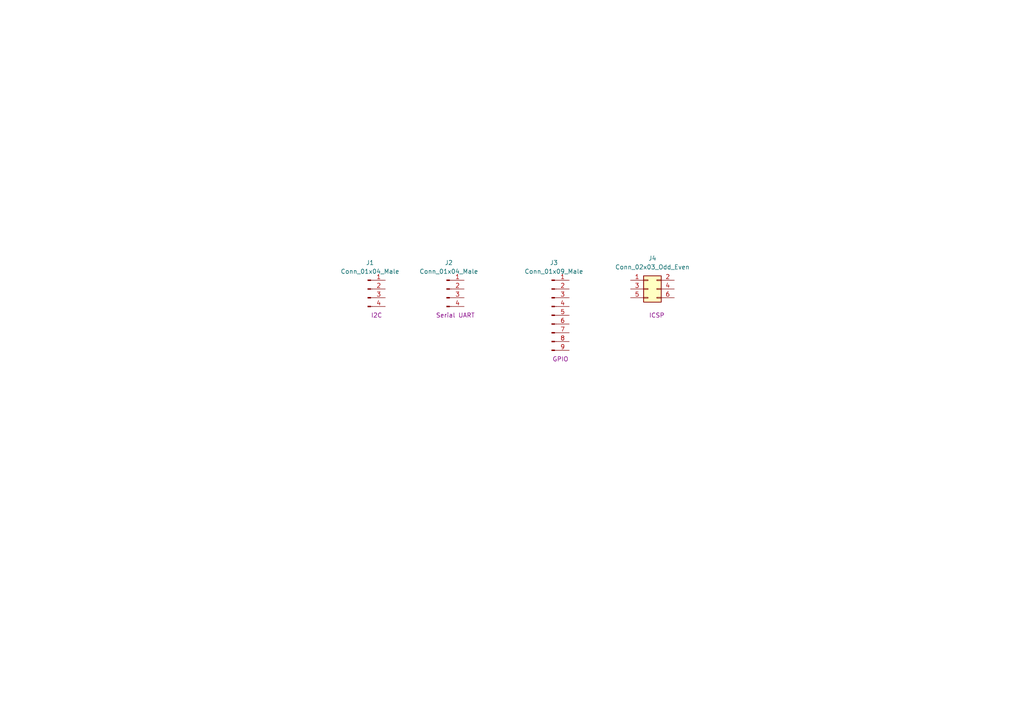
<source format=kicad_sch>
(kicad_sch (version 20211123) (generator eeschema)
  (paper "A4")
  (lib_symbols
    (symbol "Connector:Conn_01x04_Male" (pin_names (offset 1.016) hide)
      (property "Reference" "J" (at 0 5.08 0))
      (property "Value" "Conn_01x04_Male" (at 0 -7.62 0))
      (symbol "Conn_01x04_Male_1_1"
        (polyline (pts (xy 1.27 -5.08) (xy 0.8636 -5.08)) (stroke (width 0.1524)))
        (polyline (pts (xy 1.27 -2.54) (xy 0.8636 -2.54)) (stroke (width 0.1524)))
        (polyline (pts (xy 1.27 0) (xy 0.8636 0)) (stroke (width 0.1524)))
        (polyline (pts (xy 1.27 2.54) (xy 0.8636 2.54)) (stroke (width 0.1524)))
        (rectangle (start 0.8636 -4.953) (end 0 -5.207) (stroke (width 0.1524)) (fill (type outline)))
        (rectangle (start 0.8636 -2.413) (end 0 -2.667) (stroke (width 0.1524)) (fill (type outline)))
        (rectangle (start 0.8636 0.127) (end 0 -0.127) (stroke (width 0.1524)) (fill (type outline)))
        (rectangle (start 0.8636 2.667) (end 0 2.413) (stroke (width 0.1524)) (fill (type outline)))
        (pin passive line (at 5.08 2.54 180) (length 3.81) (name "Pin_1") (number "1"))
        (pin passive line (at 5.08 0 180) (length 3.81) (name "Pin_2") (number "2"))
        (pin passive line (at 5.08 -2.54 180) (length 3.81) (name "Pin_3") (number "3"))
        (pin passive line (at 5.08 -5.08 180) (length 3.81) (name "Pin_4") (number "4"))
      )
    )
    (symbol "Connector:Conn_01x09_Male" (pin_names (offset 1.016) hide)
      (property "Reference" "J" (at 0 12.7 0))
      (property "Value" "Conn_01x09_Male" (at 0 -12.7 0))
      (symbol "Conn_01x09_Male_1_1"
        (polyline (pts (xy 1.27 -10.16) (xy 0.8636 -10.16)) (stroke (width 0.1524)))
        (polyline (pts (xy 1.27 -7.62) (xy 0.8636 -7.62)) (stroke (width 0.1524)))
        (polyline (pts (xy 1.27 -5.08) (xy 0.8636 -5.08)) (stroke (width 0.1524)))
        (polyline (pts (xy 1.27 -2.54) (xy 0.8636 -2.54)) (stroke (width 0.1524)))
        (polyline (pts (xy 1.27 0) (xy 0.8636 0)) (stroke (width 0.1524)))
        (polyline (pts (xy 1.27 2.54) (xy 0.8636 2.54)) (stroke (width 0.1524)))
        (polyline (pts (xy 1.27 5.08) (xy 0.8636 5.08)) (stroke (width 0.1524)))
        (polyline (pts (xy 1.27 7.62) (xy 0.8636 7.62)) (stroke (width 0.1524)))
        (polyline (pts (xy 1.27 10.16) (xy 0.8636 10.16)) (stroke (width 0.1524)))
        (rectangle (start 0.8636 -10.033) (end 0 -10.287) (stroke (width 0.1524)) (fill (type outline)))
        (rectangle (start 0.8636 -7.493) (end 0 -7.747) (stroke (width 0.1524)) (fill (type outline)))
        (rectangle (start 0.8636 -4.953) (end 0 -5.207) (stroke (width 0.1524)) (fill (type outline)))
        (rectangle (start 0.8636 -2.413) (end 0 -2.667) (stroke (width 0.1524)) (fill (type outline)))
        (rectangle (start 0.8636 0.127) (end 0 -0.127) (stroke (width 0.1524)) (fill (type outline)))
        (rectangle (start 0.8636 2.667) (end 0 2.413) (stroke (width 0.1524)) (fill (type outline)))
        (rectangle (start 0.8636 5.207) (end 0 4.953) (stroke (width 0.1524)) (fill (type outline)))
        (rectangle (start 0.8636 7.747) (end 0 7.493) (stroke (width 0.1524)) (fill (type outline)))
        (rectangle (start 0.8636 10.287) (end 0 10.033) (stroke (width 0.1524)) (fill (type outline)))
        (pin passive line (at 5.08 10.16 180) (length 3.81) (name "Pin_1") (number "1"))
        (pin passive line (at 5.08 7.62 180) (length 3.81) (name "Pin_2") (number "2"))
        (pin passive line (at 5.08 5.08 180) (length 3.81) (name "Pin_3") (number "3"))
        (pin passive line (at 5.08 2.54 180) (length 3.81) (name "Pin_4") (number "4"))
        (pin passive line (at 5.08 0 180) (length 3.81) (name "Pin_5") (number "5"))
        (pin passive line (at 5.08 -2.54 180) (length 3.81) (name "Pin_6") (number "6"))
        (pin passive line (at 5.08 -5.08 180) (length 3.81) (name "Pin_7") (number "7"))
        (pin passive line (at 5.08 -7.62 180) (length 3.81) (name "Pin_8") (number "8"))
        (pin passive line (at 5.08 -10.16 180) (length 3.81) (name "Pin_9") (number "9"))
      )
    )
    (symbol "Connector_Generic:Conn_02x03_Odd_Even" (pin_names (offset 1.016) hide)
      (property "Reference" "J" (at 1.27 5.08 0))
      (property "Value" "Conn_02x03_Odd_Even" (at 1.27 -5.08 0))
      (symbol "Conn_02x03_Odd_Even_1_1"
        (rectangle (start -1.27 -2.413) (end 0 -2.667) (stroke (width 0.1524)))
        (rectangle (start -1.27 0.127) (end 0 -0.127) (stroke (width 0.1524)))
        (rectangle (start -1.27 2.667) (end 0 2.413) (stroke (width 0.1524)))
        (rectangle (start -1.27 3.81) (end 3.81 -3.81) (stroke (width 0.254)) (fill (type background)))
        (rectangle (start 3.81 -2.413) (end 2.54 -2.667) (stroke (width 0.1524)))
        (rectangle (start 3.81 0.127) (end 2.54 -0.127) (stroke (width 0.1524)))
        (rectangle (start 3.81 2.667) (end 2.54 2.413) (stroke (width 0.1524)))
        (pin passive line (at -5.08 2.54 0) (length 3.81) (name "Pin_1") (number "1"))
        (pin passive line (at 7.62 2.54 180) (length 3.81) (name "Pin_2") (number "2"))
        (pin passive line (at -5.08 0 0) (length 3.81) (name "Pin_3") (number "3"))
        (pin passive line (at 7.62 0 180) (length 3.81) (name "Pin_4") (number "4"))
        (pin passive line (at -5.08 -2.54 0) (length 3.81) (name "Pin_5") (number "5"))
        (pin passive line (at 7.62 -2.54 180) (length 3.81) (name "Pin_6") (number "6"))
      )
    )
  )
  (symbol (lib_id "Connector:Conn_01x04_Male") (at 106.68 83.82 0) (unit 1)
    (property "Reference" "J1" (at 107.315 76.2 0))
    (property "Value" "Conn_01x04_Male" (at 107.315 78.74 0))
    (property "Datasheet" "I2C" (at 109.22 91.44 0))
  )
  (symbol (lib_id "Connector:Conn_01x09_Male") (at 160.02 91.44 0) (unit 1)
    (property "Reference" "J3" (at 160.655 76.2 0))
    (property "Value" "Conn_01x09_Male" (at 160.655 78.74 0))
    (property "Datasheet" "GPIO" (at 162.56 104.14 0))
  )
  (symbol (lib_id "Connector:Conn_01x04_Male") (at 129.54 83.82 0) (unit 1)
    (property "Reference" "J2" (at 130.175 76.2 0))
    (property "Value" "Conn_01x04_Male" (at 130.175 78.74 0))
    (property "Datasheet" "Serial UART" (at 132.08 91.44 0))
  )
  (symbol (lib_id "Connector_Generic:Conn_02x03_Odd_Even") (at 187.96 83.82 0) (unit 1)
    (property "Reference" "J4" (at 189.23 74.93 0))
    (property "Value" "Conn_02x03_Odd_Even" (at 189.23 77.47 0))
    (property "Datasheet" "ICSP" (at 190.5 91.44 0))
  )
)
</source>
